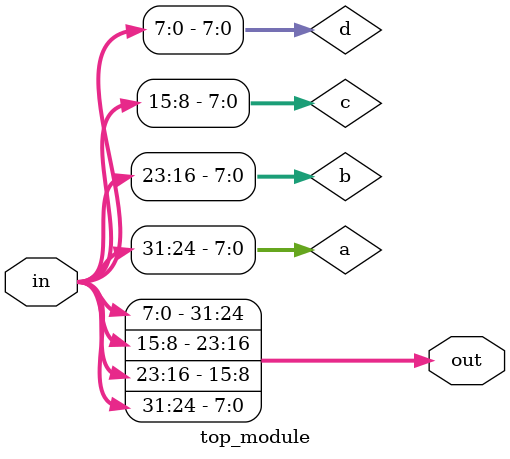
<source format=v>
module top_module(
    input [31:0] in,
    output [31:0] out );//
    wire [7:0] a, b, c, d;
    assign {a, b, c, d} = in;
    assign out = {d, c, b, a};
    // assign out[31:24] = ...;

endmodule

</source>
